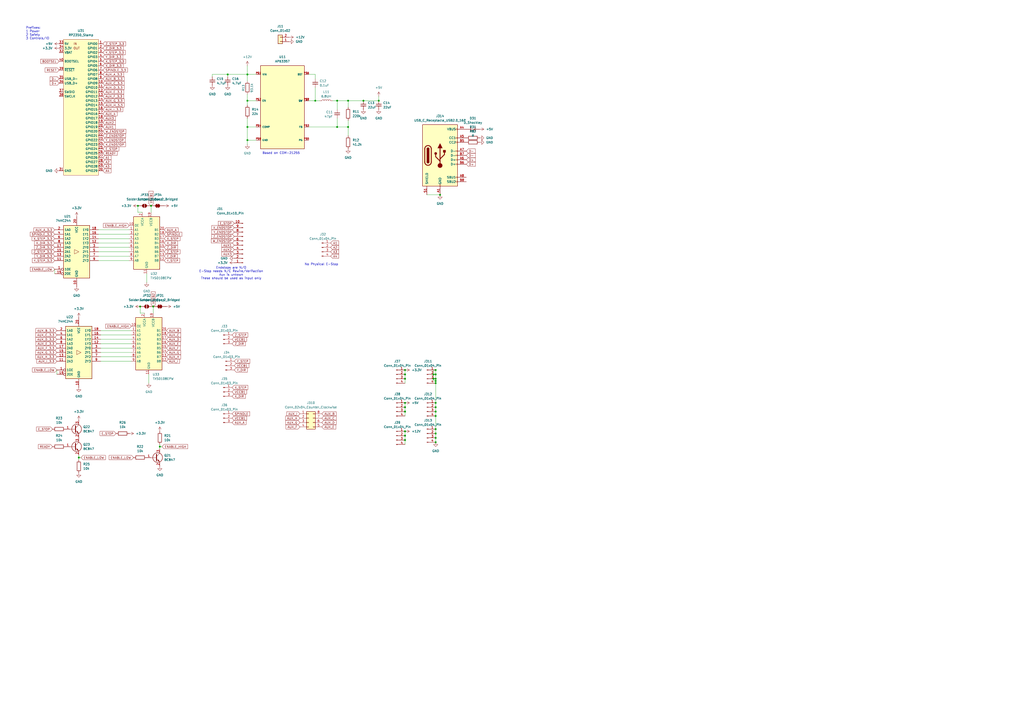
<source format=kicad_sch>
(kicad_sch (version 20250114) (generator "eeschema") (generator_version "9.0")
  (paper "A2")
  (text "Prefixes:\n1 Power\n2 Safety\n3 Controls/IO\n" (at 14.986 19.304 0) (effects (font (size 1.27 1.27)) (justify left)))
  (text "Endstops are N/O\nE-Stop needs N/C Rewire/Verifaction\nAux is unkown\nThese should be used as input only\n\n" (at 134.112 159.512 0) (effects (font (size 1.27 1.27))))
  (text "No Physical E-Stop\n" (at 186.436 153.416 0) (effects (font (size 1.27 1.27))))
  (text "Based on COM-21255\n" (at 163.068 88.9 0) (effects (font (size 1.27 1.27))))
  (junction (at 45.72 265.43))
  (junction (at 255.27 113.03))
  (junction (at 210.82 58.42))
  (junction (at 252.73 217.17))
  (junction (at 252.73 233.68))
  (junction (at 143.51 43.18))
  (junction (at 143.51 73.66))
  (junction (at 80.01 119.38))
  (junction (at 234.95 219.71))
  (junction (at 234.95 214.63))
  (junction (at 182.88 58.42))
  (junction (at 251.46 219.71))
  (junction (at 252.73 214.63))
  (junction (at 252.73 220.98))
  (junction (at 251.46 217.17))
  (junction (at 195.58 58.42))
  (junction (at 234.95 238.76))
  (junction (at 252.73 251.46))
  (junction (at 252.73 222.25))
  (junction (at 252.73 256.54))
  (junction (at 252.73 241.3))
  (junction (at 132.08 43.18))
  (junction (at 252.73 254))
  (junction (at 234.95 233.68))
  (junction (at 252.73 236.22))
  (junction (at 219.71 58.42))
  (junction (at 234.95 217.17))
  (junction (at 234.95 250.19))
  (junction (at 195.58 73.66))
  (junction (at 234.95 252.73))
  (junction (at 234.95 255.27))
  (junction (at 87.63 119.38))
  (junction (at 88.9 177.8))
  (junction (at 252.73 219.71))
  (junction (at 143.51 81.28))
  (junction (at 201.93 58.42))
  (junction (at 92.71 259.08))
  (junction (at 252.73 238.76))
  (junction (at 234.95 236.22))
  (junction (at 201.93 73.66))
  (junction (at 252.73 248.92))
  (junction (at 143.51 58.42))
  (junction (at 81.28 177.8))
  (wire (pts (xy 252.73 220.98) (xy 251.46 220.98)))
  (wire (pts (xy 252.73 251.46) (xy 252.73 254)))
  (wire (pts (xy 80.01 119.38) (xy 80.01 123.19)))
  (wire (pts (xy 234.95 252.73) (xy 234.95 255.27)))
  (wire (pts (xy 82.55 123.19) (xy 80.01 123.19)))
  (wire (pts (xy 247.65 113.03) (xy 255.27 113.03)))
  (wire (pts (xy 143.51 43.18) (xy 143.51 38.1)))
  (wire (pts (xy 201.93 58.42) (xy 201.93 62.23)))
  (wire (pts (xy 57.15 140.97) (xy 74.93 140.97)))
  (wire (pts (xy 57.15 138.43) (xy 74.93 138.43)))
  (wire (pts (xy 252.73 214.63) (xy 252.73 217.17)))
  (wire (pts (xy 143.51 68.58) (xy 143.51 73.66)))
  (wire (pts (xy 57.15 135.89) (xy 74.93 135.89)))
  (wire (pts (xy 182.88 50.8) (xy 182.88 58.42)))
  (wire (pts (xy 148.59 43.18) (xy 143.51 43.18)))
  (wire (pts (xy 123.19 43.18) (xy 132.08 43.18)))
  (wire (pts (xy 58.42 207.01) (xy 76.2 207.01)))
  (wire (pts (xy 46.99 265.43) (xy 45.72 265.43)))
  (wire (pts (xy 252.73 248.92) (xy 252.73 251.46)))
  (wire (pts (xy 143.51 83.82) (xy 143.51 81.28)))
  (wire (pts (xy 195.58 58.42) (xy 201.93 58.42)))
  (wire (pts (xy 252.73 214.63) (xy 251.46 214.63)))
  (wire (pts (xy 210.82 58.42) (xy 219.71 58.42)))
  (wire (pts (xy 234.95 236.22) (xy 234.95 238.76)))
  (wire (pts (xy 92.71 257.81) (xy 92.71 259.08)))
  (wire (pts (xy 201.93 58.42) (xy 210.82 58.42)))
  (wire (pts (xy 31.75 156.21) (xy 31.75 158.75)))
  (wire (pts (xy 83.82 181.61) (xy 81.28 181.61)))
  (wire (pts (xy 143.51 58.42) (xy 148.59 58.42)))
  (wire (pts (xy 219.71 55.88) (xy 219.71 58.42)))
  (wire (pts (xy 57.15 133.35) (xy 74.93 133.35)))
  (wire (pts (xy 57.15 143.51) (xy 74.93 143.51)))
  (wire (pts (xy 252.73 220.98) (xy 252.73 222.25)))
  (wire (pts (xy 251.46 220.98) (xy 251.46 219.71)))
  (wire (pts (xy 252.73 217.17) (xy 251.46 217.17)))
  (wire (pts (xy 201.93 73.66) (xy 201.93 78.74)))
  (wire (pts (xy 143.51 58.42) (xy 143.51 60.96)))
  (wire (pts (xy 143.51 54.61) (xy 143.51 58.42)))
  (wire (pts (xy 251.46 217.17) (xy 251.46 219.71)))
  (wire (pts (xy 85.09 163.83) (xy 85.09 158.75)))
  (wire (pts (xy 252.73 236.22) (xy 252.73 238.76)))
  (wire (pts (xy 33.02 214.63) (xy 33.02 217.17)))
  (wire (pts (xy 195.58 58.42) (xy 195.58 63.5)))
  (wire (pts (xy 252.73 233.68) (xy 252.73 236.22)))
  (wire (pts (xy 201.93 73.66) (xy 201.93 69.85)))
  (wire (pts (xy 234.95 214.63) (xy 234.95 217.17)))
  (wire (pts (xy 58.42 191.77) (xy 76.2 191.77)))
  (wire (pts (xy 234.95 250.19) (xy 234.95 252.73)))
  (wire (pts (xy 252.73 219.71) (xy 251.46 219.71)))
  (wire (pts (xy 45.72 265.43) (xy 45.72 264.16)))
  (wire (pts (xy 193.04 58.42) (xy 195.58 58.42)))
  (wire (pts (xy 57.15 148.59) (xy 74.93 148.59)))
  (wire (pts (xy 252.73 254) (xy 252.73 256.54)))
  (wire (pts (xy 45.72 266.7) (xy 45.72 265.43)))
  (wire (pts (xy 57.15 146.05) (xy 74.93 146.05)))
  (wire (pts (xy 132.08 44.45) (xy 132.08 43.18)))
  (wire (pts (xy 234.95 238.76) (xy 234.95 241.3)))
  (wire (pts (xy 58.42 199.39) (xy 76.2 199.39)))
  (wire (pts (xy 252.73 222.25) (xy 252.73 233.68)))
  (wire (pts (xy 251.46 214.63) (xy 251.46 217.17)))
  (wire (pts (xy 234.95 217.17) (xy 234.95 219.71)))
  (wire (pts (xy 195.58 73.66) (xy 201.93 73.66)))
  (wire (pts (xy 86.36 222.25) (xy 86.36 217.17)))
  (wire (pts (xy 58.42 201.93) (xy 76.2 201.93)))
  (wire (pts (xy 195.58 68.58) (xy 195.58 73.66)))
  (wire (pts (xy 81.28 177.8) (xy 81.28 181.61)))
  (wire (pts (xy 182.88 58.42) (xy 179.07 58.42)))
  (wire (pts (xy 252.73 217.17) (xy 252.73 219.71)))
  (wire (pts (xy 58.42 204.47) (xy 76.2 204.47)))
  (wire (pts (xy 252.73 238.76) (xy 252.73 241.3)))
  (wire (pts (xy 132.08 43.18) (xy 143.51 43.18)))
  (wire (pts (xy 58.42 194.31) (xy 76.2 194.31)))
  (wire (pts (xy 123.19 44.45) (xy 123.19 43.18)))
  (wire (pts (xy 234.95 233.68) (xy 234.95 236.22)))
  (wire (pts (xy 234.95 255.27) (xy 234.95 257.81)))
  (wire (pts (xy 143.51 73.66) (xy 148.59 73.66)))
  (wire (pts (xy 143.51 81.28) (xy 143.51 73.66)))
  (wire (pts (xy 148.59 81.28) (xy 143.51 81.28)))
  (wire (pts (xy 58.42 209.55) (xy 76.2 209.55)))
  (wire (pts (xy 252.73 219.71) (xy 252.73 220.98)))
  (wire (pts (xy 252.73 241.3) (xy 252.73 248.92)))
  (wire (pts (xy 179.07 43.18) (xy 182.88 43.18)))
  (wire (pts (xy 185.42 58.42) (xy 182.88 58.42)))
  (wire (pts (xy 92.71 259.08) (xy 92.71 260.35)))
  (wire (pts (xy 182.88 43.18) (xy 182.88 45.72)))
  (wire (pts (xy 93.98 259.08) (xy 92.71 259.08)))
  (wire (pts (xy 234.95 219.71) (xy 234.95 222.25)))
  (wire (pts (xy 179.07 73.66) (xy 195.58 73.66)))
  (wire (pts (xy 143.51 46.99) (xy 143.51 43.18)))
  (wire (pts (xy 58.42 196.85) (xy 76.2 196.85)))
  (wire (pts (xy 87.63 119.38) (xy 87.63 123.19)))
  (wire (pts (xy 57.15 151.13) (xy 74.93 151.13)))
  (wire (pts (xy 88.9 177.8) (xy 88.9 181.61)))
  (global_label "AUX_C" (shape input) (at 96.52 194.31 0) (property "Intersheetrefs" "${INTERSHEET_REFS}" (effects (hide yes))))
  (global_label "E_STOP" (shape input) (at 67.31 251.46 180) (property "Intersheetrefs" "${INTERSHEET_REFS}" (effects (hide yes))))
  (global_label "SPINDLE_3.3" (shape input) (at 59.69 40.64 0) (property "Intersheetrefs" "${INTERSHEET_REFS}" (effects (hide yes))))
  (global_label "A4" (shape input) (at 59.69 99.06 0) (property "Intersheetrefs" "${INTERSHEET_REFS}" (effects (hide yes))))
  (global_label "AUX_E_3.3" (shape input) (at 59.69 53.34 0) (property "Intersheetrefs" "${INTERSHEET_REFS}" (effects (hide yes))))
  (global_label "Z_STEP_3.3" (shape input) (at 59.69 25.4 0) (property "Intersheetrefs" "${INTERSHEET_REFS}" (effects (hide yes))))
  (global_label "AUX2" (shape input) (at 135.89 144.78 180) (property "Intersheetrefs" "${INTERSHEET_REFS}" (effects (hide yes))))
  (global_label "AUX_A" (shape input) (at 95.25 133.35 0) (property "Intersheetrefs" "${INTERSHEET_REFS}" (effects (hide yes))))
  (global_label "VCCB1" (shape input) (at 87.63 119.38 90) (property "Intersheetrefs" "${INTERSHEET_REFS}" (effects (hide yes))))
  (global_label "AUX_B_3.3" (shape input) (at 33.02 191.77 180) (property "Intersheetrefs" "${INTERSHEET_REFS}" (effects (hide yes))))
  (global_label "ENABLE_HIGH" (shape input) (at 93.98 259.08 0) (property "Intersheetrefs" "${INTERSHEET_REFS}" (effects (hide yes))))
  (global_label "X_STEP" (shape input) (at 95.25 138.43 0) (property "Intersheetrefs" "${INTERSHEET_REFS}" (effects (hide yes))))
  (global_label "READY" (shape input) (at 30.48 259.08 180) (property "Intersheetrefs" "${INTERSHEET_REFS}" (effects (hide yes))))
  (global_label "Y_ENDSTOP" (shape input) (at 135.89 134.62 180) (property "Intersheetrefs" "${INTERSHEET_REFS}" (effects (hide yes))))
  (global_label "AUX_I" (shape input) (at 173.99 240.03 180) (property "Intersheetrefs" "${INTERSHEET_REFS}" (effects (hide yes))))
  (global_label "A3" (shape input) (at 59.69 96.52 0) (property "Intersheetrefs" "${INTERSHEET_REFS}" (effects (hide yes))))
  (global_label "AUX_I" (shape input) (at 96.52 209.55 0) (property "Intersheetrefs" "${INTERSHEET_REFS}" (effects (hide yes))))
  (global_label "Y_ENDSTOP" (shape input) (at 59.69 81.28 0) (property "Intersheetrefs" "${INTERSHEET_REFS}" (effects (hide yes))))
  (global_label "SPINDLE" (shape input) (at 95.25 135.89 0) (property "Intersheetrefs" "${INTERSHEET_REFS}" (effects (hide yes))))
  (global_label "AUX_D" (shape input) (at 96.52 196.85 0) (property "Intersheetrefs" "${INTERSHEET_REFS}" (effects (hide yes))))
  (global_label "AUX_E" (shape input) (at 186.69 247.65 0) (property "Intersheetrefs" "${INTERSHEET_REFS}" (effects (hide yes))))
  (global_label "X_DIR" (shape input) (at 95.25 140.97 0) (property "Intersheetrefs" "${INTERSHEET_REFS}" (effects (hide yes))))
  (global_label "Z_DIR" (shape input) (at 134.62 199.39 0) (property "Intersheetrefs" "${INTERSHEET_REFS}" (effects (hide yes))))
  (global_label "Z_DIR_3.3" (shape input) (at 59.69 27.94 0) (property "Intersheetrefs" "${INTERSHEET_REFS}" (effects (hide yes))))
  (global_label "AUX_H_3.3" (shape input) (at 59.69 60.96 0) (property "Intersheetrefs" "${INTERSHEET_REFS}" (effects (hide yes))))
  (global_label "X_STEP_3.3" (shape input) (at 59.69 35.56 0) (property "Intersheetrefs" "${INTERSHEET_REFS}" (effects (hide yes))))
  (global_label "Y_DIR" (shape input) (at 135.89 214.63 0) (property "Intersheetrefs" "${INTERSHEET_REFS}" (effects (hide yes))))
  (global_label "A4" (shape input) (at 191.77 148.59 0) (property "Intersheetrefs" "${INTERSHEET_REFS}" (effects (hide yes))))
  (global_label "A2" (shape input) (at 59.69 93.98 0) (property "Intersheetrefs" "${INTERSHEET_REFS}" (effects (hide yes))))
  (global_label "Y_DIR" (shape input) (at 95.25 148.59 0) (property "Intersheetrefs" "${INTERSHEET_REFS}" (effects (hide yes))))
  (global_label "AUX_D_3.3" (shape input) (at 59.69 50.8 0) (property "Intersheetrefs" "${INTERSHEET_REFS}" (effects (hide yes))))
  (global_label "VCCB1" (shape input) (at 134.62 242.57 0) (property "Intersheetrefs" "${INTERSHEET_REFS}" (effects (hide yes))))
  (global_label "AUX_A_3.3" (shape input) (at 31.75 133.35 180) (property "Intersheetrefs" "${INTERSHEET_REFS}" (effects (hide yes))))
  (global_label "W_ENDSTOP" (shape input) (at 59.69 76.2 0) (property "Intersheetrefs" "${INTERSHEET_REFS}" (effects (hide yes))))
  (global_label "Z_STEP_3.3" (shape input) (at 31.75 146.05 180) (property "Intersheetrefs" "${INTERSHEET_REFS}" (effects (hide yes))))
  (global_label "Z_STEP" (shape input) (at 134.62 194.31 0) (property "Intersheetrefs" "${INTERSHEET_REFS}" (effects (hide yes))))
  (global_label "AUX_4" (shape input) (at 59.69 66.04 0) (property "Intersheetrefs" "${INTERSHEET_REFS}" (effects (hide yes))))
  (global_label "BOOTSEL" (shape input) (at 34.29 35.56 180) (property "Intersheetrefs" "${INTERSHEET_REFS}" (effects (hide yes))))
  (global_label "E_STOP" (shape input) (at 135.89 129.54 180) (property "Intersheetrefs" "${INTERSHEET_REFS}" (effects (hide yes))))
  (global_label "READY" (shape input) (at 59.69 88.9 0) (property "Intersheetrefs" "${INTERSHEET_REFS}" (effects (hide yes))))
  (global_label "Y_DIR_3.3" (shape input) (at 59.69 33.02 0) (property "Intersheetrefs" "${INTERSHEET_REFS}" (effects (hide yes))))
  (global_label "A3" (shape input) (at 191.77 146.05 0) (property "Intersheetrefs" "${INTERSHEET_REFS}" (effects (hide yes))))
  (global_label "AUX_E_3.3" (shape input) (at 33.02 199.39 180) (property "Intersheetrefs" "${INTERSHEET_REFS}" (effects (hide yes))))
  (global_label "AUX1" (shape input) (at 135.89 142.24 180) (property "Intersheetrefs" "${INTERSHEET_REFS}" (effects (hide yes))))
  (global_label "RESET" (shape input) (at 34.29 40.64 180) (property "Intersheetrefs" "${INTERSHEET_REFS}" (effects (hide yes))))
  (global_label "AUX_G_3.3" (shape input) (at 33.02 204.47 180) (property "Intersheetrefs" "${INTERSHEET_REFS}" (effects (hide yes))))
  (global_label "A1" (shape input) (at 59.69 91.44 0) (property "Intersheetrefs" "${INTERSHEET_REFS}" (effects (hide yes))))
  (global_label "E_STOP" (shape input) (at 30.48 248.92 180) (property "Intersheetrefs" "${INTERSHEET_REFS}" (effects (hide yes))))
  (global_label "VCCB1" (shape input) (at 135.89 212.09 0) (property "Intersheetrefs" "${INTERSHEET_REFS}" (effects (hide yes))))
  (global_label "AUX_C" (shape input) (at 186.69 242.57 0) (property "Intersheetrefs" "${INTERSHEET_REFS}" (effects (hide yes))))
  (global_label "X_ENDSTOP" (shape input) (at 135.89 132.08 180) (property "Intersheetrefs" "${INTERSHEET_REFS}" (effects (hide yes))))
  (global_label "AUX_C_3.3" (shape input) (at 59.69 48.26 0) (property "Intersheetrefs" "${INTERSHEET_REFS}" (effects (hide yes))))
  (global_label "D-" (shape input) (at 270.51 87.63 0) (property "Intersheetrefs" "${INTERSHEET_REFS}" (effects (hide yes))))
  (global_label "AUX3" (shape input) (at 135.89 147.32 180) (property "Intersheetrefs" "${INTERSHEET_REFS}" (effects (hide yes))))
  (global_label "AUX_A_3.3" (shape input) (at 59.69 43.18 0) (property "Intersheetrefs" "${INTERSHEET_REFS}" (effects (hide yes))))
  (global_label "D+" (shape input) (at 270.51 92.71 0) (property "Intersheetrefs" "${INTERSHEET_REFS}" (effects (hide yes))))
  (global_label "Z_ENDSTOP" (shape input) (at 135.89 137.16 180) (property "Intersheetrefs" "${INTERSHEET_REFS}" (effects (hide yes))))
  (global_label "ENABLE_LOW" (shape input) (at 33.02 214.63 180) (property "Intersheetrefs" "${INTERSHEET_REFS}" (effects (hide yes))))
  (global_label "AUX_H_3.3" (shape input) (at 33.02 207.01 180) (property "Intersheetrefs" "${INTERSHEET_REFS}" (effects (hide yes))))
  (global_label "AUX_B" (shape input) (at 96.52 191.77 0) (property "Intersheetrefs" "${INTERSHEET_REFS}" (effects (hide yes))))
  (global_label "X_STEP_3.3" (shape input) (at 31.75 138.43 180) (property "Intersheetrefs" "${INTERSHEET_REFS}" (effects (hide yes))))
  (global_label "A2" (shape input) (at 191.77 143.51 0) (property "Intersheetrefs" "${INTERSHEET_REFS}" (effects (hide yes))))
  (global_label "X_DIR_3.3" (shape input) (at 59.69 38.1 0) (property "Intersheetrefs" "${INTERSHEET_REFS}" (effects (hide yes))))
  (global_label "X_ENDSTOP" (shape input) (at 59.69 83.82 0) (property "Intersheetrefs" "${INTERSHEET_REFS}" (effects (hide yes))))
  (global_label "VCCB2" (shape input) (at 88.9 177.8 90) (property "Intersheetrefs" "${INTERSHEET_REFS}" (effects (hide yes))))
  (global_label "D+" (shape input) (at 270.51 95.25 0) (property "Intersheetrefs" "${INTERSHEET_REFS}" (effects (hide yes))))
  (global_label "Y_STEP" (shape input) (at 135.89 209.55 0) (property "Intersheetrefs" "${INTERSHEET_REFS}" (effects (hide yes))))
  (global_label "Z_ENDSTOP" (shape input) (at 59.69 78.74 0) (property "Intersheetrefs" "${INTERSHEET_REFS}" (effects (hide yes))))
  (global_label "AUX_B" (shape input) (at 186.69 240.03 0) (property "Intersheetrefs" "${INTERSHEET_REFS}" (effects (hide yes))))
  (global_label "AUX_G" (shape input) (at 173.99 245.11 180) (property "Intersheetrefs" "${INTERSHEET_REFS}" (effects (hide yes))))
  (global_label "AUX_F_3.3" (shape input) (at 59.69 55.88 0) (property "Intersheetrefs" "${INTERSHEET_REFS}" (effects (hide yes))))
  (global_label "AUX2" (shape input) (at 59.69 71.12 0) (property "Intersheetrefs" "${INTERSHEET_REFS}" (effects (hide yes))))
  (global_label "Z_DIR" (shape input) (at 95.25 143.51 0) (property "Intersheetrefs" "${INTERSHEET_REFS}" (effects (hide yes))))
  (global_label "Z_STEP" (shape input) (at 95.25 146.05 0) (property "Intersheetrefs" "${INTERSHEET_REFS}" (effects (hide yes))))
  (global_label "AUX_H" (shape input) (at 96.52 207.01 0) (property "Intersheetrefs" "${INTERSHEET_REFS}" (effects (hide yes))))
  (global_label "AUX1" (shape input) (at 59.69 73.66 0) (property "Intersheetrefs" "${INTERSHEET_REFS}" (effects (hide yes))))
  (global_label "W_ENDSTOP" (shape input) (at 135.89 139.7 180) (property "Intersheetrefs" "${INTERSHEET_REFS}" (effects (hide yes))))
  (global_label "AUX_E" (shape input) (at 96.52 199.39 0) (property "Intersheetrefs" "${INTERSHEET_REFS}" (effects (hide yes))))
  (global_label "AUX3" (shape input) (at 59.69 68.58 0) (property "Intersheetrefs" "${INTERSHEET_REFS}" (effects (hide yes))))
  (global_label "D+" (shape input) (at 34.29 48.26 180) (property "Intersheetrefs" "${INTERSHEET_REFS}" (effects (hide yes))))
  (global_label "Y_STEP_3.3" (shape input) (at 31.75 151.13 180) (property "Intersheetrefs" "${INTERSHEET_REFS}" (effects (hide yes))))
  (global_label "AUX_I_3.3" (shape input) (at 59.69 63.5 0) (property "Intersheetrefs" "${INTERSHEET_REFS}" (effects (hide yes))))
  (global_label "AUX_F" (shape input) (at 173.99 247.65 180) (property "Intersheetrefs" "${INTERSHEET_REFS}" (effects (hide yes))))
  (global_label "X_STEP" (shape input) (at 134.62 224.79 0) (property "Intersheetrefs" "${INTERSHEET_REFS}" (effects (hide yes))))
  (global_label "AUX_C_3.3" (shape input) (at 33.02 194.31 180) (property "Intersheetrefs" "${INTERSHEET_REFS}" (effects (hide yes))))
  (global_label "Z_DIR_3.3" (shape input) (at 31.75 143.51 180) (property "Intersheetrefs" "${INTERSHEET_REFS}" (effects (hide yes))))
  (global_label "VCCB1" (shape input) (at 134.62 196.85 0) (property "Intersheetrefs" "${INTERSHEET_REFS}" (effects (hide yes))))
  (global_label "ENABLE_LOW" (shape input) (at 46.99 265.43 0) (property "Intersheetrefs" "${INTERSHEET_REFS}" (effects (hide yes))))
  (global_label "AUX_F" (shape input) (at 96.52 201.93 0) (property "Intersheetrefs" "${INTERSHEET_REFS}" (effects (hide yes))))
  (global_label "ENABLE_HIGH" (shape input) (at 76.2 189.23 180) (property "Intersheetrefs" "${INTERSHEET_REFS}" (effects (hide yes))))
  (global_label "AUX_A" (shape input) (at 134.62 245.11 0) (property "Intersheetrefs" "${INTERSHEET_REFS}" (effects (hide yes))))
  (global_label "A1" (shape input) (at 191.77 140.97 0) (property "Intersheetrefs" "${INTERSHEET_REFS}" (effects (hide yes))))
  (global_label "SPINDLE_3.3" (shape input) (at 31.75 135.89 180) (property "Intersheetrefs" "${INTERSHEET_REFS}" (effects (hide yes))))
  (global_label "AUX_F_3.3" (shape input) (at 33.02 201.93 180) (property "Intersheetrefs" "${INTERSHEET_REFS}" (effects (hide yes))))
  (global_label "Y_DIR_3.3" (shape input) (at 31.75 148.59 180) (property "Intersheetrefs" "${INTERSHEET_REFS}" (effects (hide yes))))
  (global_label "X_DIR" (shape input) (at 134.62 229.87 0) (property "Intersheetrefs" "${INTERSHEET_REFS}" (effects (hide yes))))
  (global_label "D-" (shape input) (at 34.29 45.72 180) (property "Intersheetrefs" "${INTERSHEET_REFS}" (effects (hide yes))))
  (global_label "AUX_D_3.3" (shape input) (at 33.02 196.85 180) (property "Intersheetrefs" "${INTERSHEET_REFS}" (effects (hide yes))))
  (global_label "X_DIR_3.3" (shape input) (at 31.75 140.97 180) (property "Intersheetrefs" "${INTERSHEET_REFS}" (effects (hide yes))))
  (global_label "AUX_H" (shape input) (at 173.99 242.57 180) (property "Intersheetrefs" "${INTERSHEET_REFS}" (effects (hide yes))))
  (global_label "SPINDLE" (shape input) (at 134.62 240.03 0) (property "Intersheetrefs" "${INTERSHEET_REFS}" (effects (hide yes))))
  (global_label "AUX_B_3.3" (shape input) (at 59.69 45.72 0) (property "Intersheetrefs" "${INTERSHEET_REFS}" (effects (hide yes))))
  (global_label "ENABLE_HIGH" (shape input) (at 74.93 130.81 180) (property "Intersheetrefs" "${INTERSHEET_REFS}" (effects (hide yes))))
  (global_label "AUX_I_3.3" (shape input) (at 33.02 209.55 180) (property "Intersheetrefs" "${INTERSHEET_REFS}" (effects (hide yes))))
  (global_label "Y_STEP" (shape input) (at 95.25 151.13 0) (property "Intersheetrefs" "${INTERSHEET_REFS}" (effects (hide yes))))
  (global_label "Y_STEP_3.3" (shape input) (at 59.69 30.48 0) (property "Intersheetrefs" "${INTERSHEET_REFS}" (effects (hide yes))))
  (global_label "ENABLE_LOW" (shape input) (at 31.75 156.21 180) (property "Intersheetrefs" "${INTERSHEET_REFS}" (effects (hide yes))))
  (global_label "VCCB1" (shape input) (at 134.62 227.33 0) (property "Intersheetrefs" "${INTERSHEET_REFS}" (effects (hide yes))))
  (global_label "AUX_D" (shape input) (at 186.69 245.11 0) (property "Intersheetrefs" "${INTERSHEET_REFS}" (effects (hide yes))))
  (global_label "AUX_G" (shape input) (at 96.52 204.47 0) (property "Intersheetrefs" "${INTERSHEET_REFS}" (effects (hide yes))))
  (global_label "AUX_G_3.3" (shape input) (at 59.69 58.42 0) (property "Intersheetrefs" "${INTERSHEET_REFS}" (effects (hide yes))))
  (global_label "ENABLE_LOW" (shape input) (at 77.47 265.43 180) (property "Intersheetrefs" "${INTERSHEET_REFS}" (effects (hide yes))))
  (global_label "E_STOP" (shape input) (at 59.69 86.36 0) (property "Intersheetrefs" "${INTERSHEET_REFS}" (effects (hide yes))))
  (global_label "D-" (shape input) (at 270.51 90.17 0) (property "Intersheetrefs" "${INTERSHEET_REFS}" (effects (hide yes))))
  (symbol (lib_id "Connector:Conn_01x04_Pin") (at 247.65 236.22 0) (unit 1)
    (property "Reference" "J312" (at 248.285 228.6 0))
    (property "Value" "Conn_01x04_Pin" (at 248.285 231.14 0))
    (property "Footprint" "Connector_PinHeader_2.54mm:PinHeader_1x04_P2.54mm_Vertical" (effects (hide yes)))
    (property "Description" "Generic connector, single row, 01x04, script generated" (effects (hide yes)))
  )
  (symbol (lib_id "Connector:Conn_01x10_Pin") (at 140.97 142.24 180) (unit 1)
    (property "Reference" "J31" (at 125.73 121.158 0) (effects (justify right)))
    (property "Value" "Conn_01x10_Pin" (at 125.73 123.698 0) (effects (justify right)))
    (property "Footprint" "Connector_Molex:Molex_KK-254_AE-6410-10A_1x10_P2.54mm_Vertical" (effects (hide yes)))
    (property "Description" "Generic connector, single row, 01x10, script generated" (effects (hide yes)))
  )
  (symbol (lib_id "Connector:Conn_01x03_Pin") (at 129.54 196.85 0) (unit 1)
    (property "Reference" "J33" (at 130.175 189.23 0))
    (property "Value" "Conn_01x03_Pin" (at 130.175 191.77 0))
    (property "Footprint" "Connector_Molex:Molex_KK-254_AE-6410-03A_1x03_P2.54mm_Vertical" (effects (hide yes)))
    (property "Description" "Generic connector, single row, 01x03, script generated" (effects (hide yes)))
  )
  (symbol (lib_id "power:+5V") (at 219.71 55.88 0) (unit 1)
    (property "Reference" "#PWR07" (effects (hide yes)))
    (property "Value" "+5V" (at 219.71 50.8 0))
    (property "Description" "Power symbol creates a global label with name \"+5V\"" (effects (hide yes)))
  )
  (symbol (lib_id "power:+3.3V") (at 80.01 119.38 90) (unit 1)
    (property "Reference" "#PWR031" (effects (hide yes)))
    (property "Value" "+3.3V" (at 76.2 119.3799 90) (effects (justify left)))
    (property "Description" "Power symbol creates a global label with name \"+3.3V\"" (effects (hide yes)))
  )
  (symbol (lib_id "Connector_Generic:Conn_02x04_Counter_Clockwise") (at 179.07 242.57 0) (unit 1)
    (property "Reference" "J310" (at 180.34 233.68 0))
    (property "Value" "Conn_02x04_Counter_Clockwise" (at 180.34 236.22 0))
    (property "Footprint" "Connector_PinHeader_2.54mm:PinHeader_2x04_P2.54mm_Vertical" (effects (hide yes)))
    (property "Description" "Generic connector, double row, 02x04, counter clockwise pin numbering scheme (similar to DIP package numbering), script generated (kicad-library-utils/schlib/autogen/connector/)" (effects (hide yes)))
  )
  (symbol (lib_id "power:GND") (at 44.45 166.37 0) (unit 1)
    (property "Reference" "#PWR016" (effects (hide yes)))
    (property "Value" "GND" (at 44.45 171.45 0))
    (property "Description" "Power symbol creates a global label with name \"GND\" , ground" (effects (hide yes)))
  )
  (symbol (lib_id "Connector:Conn_01x03_Pin") (at 129.54 227.33 0) (unit 1)
    (property "Reference" "J35" (at 130.175 219.71 0))
    (property "Value" "Conn_01x03_Pin" (at 130.175 222.25 0))
    (property "Footprint" "Connector_Molex:Molex_KK-254_AE-6410-03A_1x03_P2.54mm_Vertical" (effects (hide yes)))
    (property "Description" "Generic connector, single row, 01x03, script generated" (effects (hide yes)))
  )
  (symbol (lib_id "Device:R") (at 45.72 270.51 180) (unit 1)
    (property "Reference" "R25" (at 48.26 269.2399 0) (effects (justify right)))
    (property "Value" "10k" (at 48.26 271.7799 0) (effects (justify right)))
    (property "Footprint" "Capacitor_SMD:C_0603_1608Metric_Pad1.08x0.95mm_HandSolder" (effects (hide yes)))
    (property "Description" "Resistor" (effects (hide yes)))
  )
  (symbol (lib_id "power:+3.3V") (at 74.93 251.46 270) (unit 1)
    (property "Reference" "#PWR023" (effects (hide yes)))
    (property "Value" "+3.3V" (at 78.74 251.4599 90) (effects (justify left)))
    (property "Description" "Power symbol creates a global label with name \"+3.3V\"" (effects (hide yes)))
  )
  (symbol (lib_id "Jumper:SolderJumper_2_Open") (at 83.82 119.38 0) (unit 1) (in_bom no)
    (property "Reference" "JP33" (at 83.82 113.03 0))
    (property "Value" "SolderJumper_2_Open" (at 83.82 115.57 0))
    (property "Footprint" "Jumper:SolderJumper-2_P1.3mm_Open_RoundedPad1.0x1.5mm" (effects (hide yes)))
    (property "Description" "Solder Jumper, 2-pole, open" (effects (hide yes)))
  )
  (symbol (lib_id "power:+3.3V") (at 45.72 243.84 0) (unit 1)
    (property "Reference" "#PWR021" (effects (hide yes)))
    (property "Value" "+3.3V" (at 45.72 238.76 0))
    (property "Description" "Power symbol creates a global label with name \"+3.3V\"" (effects (hide yes)))
  )
  (symbol (lib_id "power:GND") (at 210.82 63.5 0) (unit 1)
    (property "Reference" "#PWR08" (effects (hide yes)))
    (property "Value" "GND" (at 210.82 68.58 0))
    (property "Description" "Power symbol creates a global label with name \"GND\" , ground" (effects (hide yes)))
  )
  (symbol (lib_id "power:+5V") (at 96.52 177.8 270) (unit 1)
    (property "Reference" "#PWR030" (effects (hide yes)))
    (property "Value" "+5V" (at 100.33 177.7999 90) (effects (justify left)))
    (property "Description" "Power symbol creates a global label with name \"+5V\"" (effects (hide yes)))
  )
  (symbol (lib_id "power:+5V") (at 234.95 233.68 270) (unit 1)
    (property "Reference" "#PWR042" (effects (hide yes)))
    (property "Value" "+5V" (at 238.76 233.6799 90) (effects (justify left)))
    (property "Description" "Power symbol creates a global label with name \"+5V\"" (effects (hide yes)))
  )
  (symbol (lib_id "Jumper:SolderJumper_2_Bridged") (at 91.44 119.38 0) (unit 1) (in_bom no)
    (property "Reference" "JP34" (at 91.44 113.03 0))
    (property "Value" "SolderJumper_2_Bridged" (at 91.44 115.57 0))
    (property "Footprint" "Jumper:SolderJumper-2_P1.3mm_Bridged_RoundedPad1.0x1.5mm" (effects (hide yes)))
    (property "Description" "Solder Jumper, 2-pole, closed/bridged" (effects (hide yes)))
  )
  (symbol (lib_id "Connector:Conn_01x04_Pin") (at 247.65 217.17 0) (unit 1)
    (property "Reference" "J311" (at 248.285 209.55 0))
    (property "Value" "Conn_01x04_Pin" (at 248.285 212.09 0))
    (property "Footprint" "Connector_PinHeader_2.54mm:PinHeader_1x04_P2.54mm_Vertical" (effects (hide yes)))
    (property "Description" "Generic connector, single row, 01x04, script generated" (effects (hide yes)))
  )
  (symbol (lib_id "Device:R") (at 81.28 265.43 90) (unit 1)
    (property "Reference" "R22" (at 81.28 259.08 90))
    (property "Value" "10k" (at 81.28 261.62 90))
    (property "Footprint" "Capacitor_SMD:C_0603_1608Metric_Pad1.08x0.95mm_HandSolder" (effects (hide yes)))
    (property "Description" "Resistor" (effects (hide yes)))
  )
  (symbol (lib_id "power:GND") (at 45.72 274.32 0) (unit 1)
    (property "Reference" "#PWR022" (effects (hide yes)))
    (property "Value" "GND" (at 45.72 279.4 0))
    (property "Description" "Power symbol creates a global label with name \"GND\" , ground" (effects (hide yes)))
  )
  (symbol (lib_id "Connector:Conn_01x03_Pin") (at 130.81 212.09 0) (unit 1)
    (property "Reference" "J34" (at 131.445 204.47 0))
    (property "Value" "Conn_01x03_Pin" (at 131.445 207.01 0))
    (property "Footprint" "Connector_Molex:Molex_KK-254_AE-6410-03A_1x03_P2.54mm_Vertical" (effects (hide yes)))
    (property "Description" "Generic connector, single row, 01x03, script generated" (effects (hide yes)))
  )
  (symbol (lib_id "power:+5V") (at 278.13 74.93 270) (unit 1)
    (property "Reference" "#PWR034" (effects (hide yes)))
    (property "Value" "+5V" (at 281.94 74.9299 90) (effects (justify left)))
    (property "Description" "Power symbol creates a global label with name \"+5V\"" (effects (hide yes)))
  )
  (symbol (lib_id "power:GND") (at 34.29 99.06 270) (unit 1)
    (property "Reference" "#PWR013" (effects (hide yes)))
    (property "Value" "GND" (at 30.48 99.0599 90) (effects (justify right)))
    (property "Description" "Power symbol creates a global label with name \"GND\" , ground" (effects (hide yes)))
  )
  (symbol (lib_id "Device:C_Small") (at 195.58 66.04 180) (unit 1)
    (property "Reference" "C11" (at 193.04 65.024 0) (effects (justify left)))
    (property "Value" "47pF" (at 193.04 67.564 0) (effects (justify left)))
    (property "Footprint" "Capacitor_SMD:C_0603_1608Metric_Pad1.08x0.95mm_HandSolder" (effects (hide yes)))
    (property "Description" "Unpolarized capacitor, small symbol" (effects (hide yes)))
  )
  (symbol (lib_id "Connector_Generic:Conn_01x02") (at 162.56 24.13 180) (unit 1)
    (property "Reference" "J11" (at 162.56 15.24 0))
    (property "Value" "Conn_01x02" (at 162.56 17.78 0))
    (property "Footprint" "Connector_Molex:Molex_KK-254_AE-6410-02A_1x02_P2.54mm_Vertical" (effects (hide yes)))
    (property "Description" "Generic connector, single row, 01x02, script generated (kicad-library-utils/schlib/autogen/connector/)" (effects (hide yes)))
  )
  (symbol (lib_id "Device:R") (at 143.51 64.77 0) (unit 1)
    (property "Reference" "R14" (at 146.05 63.4999 0) (effects (justify left)))
    (property "Value" "22k" (at 146.05 66.0399 0) (effects (justify left)))
    (property "Footprint" "Capacitor_SMD:C_0603_1608Metric_Pad1.08x0.95mm_HandSolder" (effects (hide yes)))
    (property "Description" "Resistor" (effects (hide yes)))
  )
  (symbol (lib_id "Device:C_Small") (at 123.19 46.99 0) (unit 1)
    (property "Reference" "C15" (at 125.73 45.7262 0) (effects (justify left)))
    (property "Value" "4.7uF" (at 125.73 48.2662 0) (effects (justify left)))
    (property "Footprint" "Capacitor_SMD:C_0603_1608Metric_Pad1.08x0.95mm_HandSolder" (effects (hide yes)))
    (property "Description" "Unpolarized capacitor, small symbol" (effects (hide yes)))
  )
  (symbol (lib_id "Logic_LevelTranslator:TXS0108EPW") (at 85.09 140.97 0) (unit 1)
    (property "Reference" "U32" (at 87.2333 158.75 0) (effects (justify left)))
    (property "Value" "TXS0108EPW" (at 87.2333 161.29 0) (effects (justify left)))
    (property "Footprint" "Package_SO:TSSOP-20_4.4x6.5mm_P0.65mm" (effects (hide yes)))
    (property "Datasheet" "www.ti.com/lit/ds/symlink/txs0108e.pdf" (effects (hide yes)))
    (property "Description" "Bidirectional  level-shifting voltage translator, TSSOP-20" (effects (hide yes)))
  )
  (symbol (lib_id "power:GND") (at 167.64 24.13 90) (unit 1)
    (property "Reference" "#PWR02" (effects (hide yes)))
    (property "Value" "GND" (at 171.45 24.1299 90) (effects (justify right)))
    (property "Description" "Power symbol creates a global label with name \"GND\" , ground" (effects (hide yes)))
  )
  (symbol (lib_id "Connector:Conn_01x03_Pin") (at 129.54 242.57 0) (unit 1)
    (property "Reference" "J36" (at 130.175 234.95 0))
    (property "Value" "Conn_01x03_Pin" (at 130.175 237.49 0))
    (property "Footprint" "Connector_Molex:Molex_KK-254_AE-6410-03A_1x03_P2.54mm_Vertical" (effects (hide yes)))
    (property "Description" "Generic connector, single row, 01x03, script generated" (effects (hide yes)))
  )
  (symbol (lib_id "Connector:Conn_01x04_Pin") (at 229.87 217.17 0) (unit 1)
    (property "Reference" "J37" (at 230.505 209.55 0))
    (property "Value" "Conn_01x04_Pin" (at 230.505 212.09 0))
    (property "Footprint" "Connector_PinHeader_2.54mm:PinHeader_1x04_P2.54mm_Vertical" (effects (hide yes)))
    (property "Description" "Generic connector, single row, 01x04, script generated" (effects (hide yes)))
  )
  (symbol (lib_id "RP2xxx_Stamp:RP2350_Stamp") (at 46.99 64.77 0) (unit 1)
    (property "Reference" "U31" (at 46.99 17.78 0))
    (property "Value" "RP2350_Stamp" (at 46.99 20.32 0))
    (property "Footprint" "RP2xxx_Stamp:RP2xxx_Stamp_THT" (effects (hide yes)))
  )
  (symbol (lib_id "power:+3.3V") (at 92.71 250.19 0) (unit 1)
    (property "Reference" "#PWR020" (effects (hide yes)))
    (property "Value" "+3.3V" (at 92.71 245.11 0))
    (property "Description" "Power symbol creates a global label with name \"+3.3V\"" (effects (hide yes)))
  )
  (symbol (lib_id "power:GND") (at 255.27 113.03 0) (unit 1)
    (property "Reference" "#PWR017" (effects (hide yes)))
    (property "Value" "GND" (at 255.27 118.11 0))
    (property "Description" "Power symbol creates a global label with name \"GND\" , ground" (effects (hide yes)))
  )
  (symbol (lib_id "Device:R") (at 34.29 248.92 90) (unit 1)
    (property "Reference" "R23" (at 34.29 242.57 90))
    (property "Value" "10k" (at 34.29 245.11 90))
    (property "Footprint" "Capacitor_SMD:C_0603_1608Metric_Pad1.08x0.95mm_HandSolder" (effects (hide yes)))
    (property "Description" "Resistor" (effects (hide yes)))
  )
  (symbol (lib_id "Device:C_Small") (at 210.82 60.96 0) (unit 1)
    (property "Reference" "C13" (at 213.36 59.6962 0) (effects (justify left)))
    (property "Value" "22uF" (at 213.36 62.2362 0) (effects (justify left)))
    (property "Footprint" "Capacitor_SMD:C_0603_1608Metric_Pad1.08x0.95mm_HandSolder" (effects (hide yes)))
    (property "Description" "Unpolarized capacitor, small symbol" (effects (hide yes)))
  )
  (symbol (lib_id "power:GND") (at 85.09 163.83 0) (unit 1)
    (property "Reference" "#PWR014" (effects (hide yes)))
    (property "Value" "GND" (at 85.09 168.91 0))
    (property "Description" "Power symbol creates a global label with name \"GND\" , ground" (effects (hide yes)))
  )
  (symbol (lib_id "Device:R") (at 71.12 251.46 90) (unit 1)
    (property "Reference" "R26" (at 71.12 245.11 90))
    (property "Value" "10k" (at 71.12 247.65 90))
    (property "Footprint" "Capacitor_SMD:C_0603_1608Metric_Pad1.08x0.95mm_HandSolder" (effects (hide yes)))
    (property "Description" "Resistor" (effects (hide yes)))
  )
  (symbol (lib_id "power:GND") (at 86.36 222.25 0) (unit 1)
    (property "Reference" "#PWR029" (effects (hide yes)))
    (property "Value" "GND" (at 86.36 227.33 0))
    (property "Description" "Power symbol creates a global label with name \"GND\" , ground" (effects (hide yes)))
  )
  (symbol (lib_id "Transistor_BJT:BC847") (at 90.17 265.43 0) (unit 1)
    (property "Reference" "Q21" (at 95.25 264.1599 0) (effects (justify left)))
    (property "Value" "BC847" (at 95.25 266.6999 0) (effects (justify left)))
    (property "Footprint" "Package_TO_SOT_SMD:SOT-23" (effects (hide yes)))
    (property "Datasheet" "http://www.infineon.com/dgdl/Infineon-BC847SERIES_BC848SERIES_BC849SERIES_BC850SERIES-DS-v01_01-en.pdf?fileId=db3a304314dca389011541d4630a1657" (effects (hide yes)))
    (property "Description" "0.1A Ic, 45V Vce, NPN Transistor, SOT-23" (effects (hide yes)))
  )
  (symbol (lib_id "Device:C_Small") (at 219.71 60.96 0) (unit 1)
    (property "Reference" "C14" (at 222.25 59.6962 0) (effects (justify left)))
    (property "Value" "22uF" (at 222.25 62.2362 0) (effects (justify left)))
    (property "Footprint" "Capacitor_SMD:C_0603_1608Metric_Pad1.08x0.95mm_HandSolder" (effects (hide yes)))
    (property "Description" "Unpolarized capacitor, small symbol" (effects (hide yes)))
  )
  (symbol (lib_id "power:GND") (at 132.08 49.53 0) (unit 1)
    (property "Reference" "#PWR05" (effects (hide yes)))
    (property "Value" "GND" (at 132.08 54.61 0))
    (property "Description" "Power symbol creates a global label with name \"GND\" , ground" (effects (hide yes)))
  )
  (symbol (lib_id "Device:R") (at 92.71 254 0) (unit 1)
    (property "Reference" "R21" (at 95.25 252.7299 0) (effects (justify left)))
    (property "Value" "10k" (at 95.25 255.2699 0) (effects (justify left)))
    (property "Footprint" "Capacitor_SMD:C_0603_1608Metric_Pad1.08x0.95mm_HandSolder" (effects (hide yes)))
    (property "Description" "Resistor" (effects (hide yes)))
  )
  (symbol (lib_id "power:GND") (at 143.51 83.82 0) (unit 1)
    (property "Reference" "#PWR04" (effects (hide yes)))
    (property "Value" "GND" (at 143.51 88.9 0))
    (property "Description" "Power symbol creates a global label with name \"GND\" , ground" (effects (hide yes)))
  )
  (symbol (lib_id "Device:R") (at 201.93 66.04 0) (unit 1)
    (property "Reference" "R11" (at 204.47 64.7699 0) (effects (justify left)))
    (property "Value" "220k" (at 204.47 67.3099 0) (effects (justify left)))
    (property "Footprint" "Capacitor_SMD:C_0603_1608Metric_Pad1.08x0.95mm_HandSolder" (effects (hide yes)))
    (property "Description" "Resistor" (effects (hide yes)))
  )
  (symbol (lib_id "Device:C_Small") (at 132.08 46.99 0) (unit 1)
    (property "Reference" "C16" (at 134.62 45.7262 0) (effects (justify left)))
    (property "Value" "4.7uF" (at 134.62 48.2662 0) (effects (justify left)))
    (property "Footprint" "Capacitor_SMD:C_0603_1608Metric_Pad1.08x0.95mm_HandSolder" (effects (hide yes)))
    (property "Description" "Unpolarized capacitor, small symbol" (effects (hide yes)))
  )
  (symbol (lib_id "Connector:USB_C_Receptacle_USB2.0_16P") (at 255.27 90.17 0) (unit 1)
    (property "Reference" "J314" (at 255.27 67.31 0))
    (property "Value" "USB_C_Receptacle_USB2.0_16P" (at 255.27 69.85 0))
    (property "Datasheet" "https://www.usb.org/sites/default/files/documents/usb_type-c.zip" (effects (hide yes)))
    (property "Description" "USB 2.0-only 16P Type-C Receptacle connector" (effects (hide yes)))
  )
  (symbol (lib_id "Transistor_BJT:BC847") (at 43.18 259.08 0) (unit 1)
    (property "Reference" "Q23" (at 48.26 257.8099 0) (effects (justify left)))
    (property "Value" "BC847" (at 48.26 260.3499 0) (effects (justify left)))
    (property "Footprint" "Package_TO_SOT_SMD:SOT-23" (effects (hide yes)))
    (property "Datasheet" "http://www.infineon.com/dgdl/Infineon-BC847SERIES_BC848SERIES_BC849SERIES_BC850SERIES-DS-v01_01-en.pdf?fileId=db3a304314dca389011541d4630a1657" (effects (hide yes)))
    (property "Description" "0.1A Ic, 45V Vce, NPN Transistor, SOT-23" (effects (hide yes)))
  )
  (symbol (lib_id "power:+12V") (at 167.64 21.59 270) (unit 1)
    (property "Reference" "#PWR01" (effects (hide yes)))
    (property "Value" "+12V" (at 171.45 21.5899 90) (effects (justify left)))
    (property "Description" "Power symbol creates a global label with name \"+12V\"" (effects (hide yes)))
  )
  (symbol (lib_id "AP63357:AP63357") (at 163.83 60.96 0) (unit 1)
    (property "Reference" "U11" (at 163.83 33.02 0))
    (property "Value" "AP63357" (at 163.83 35.56 0))
    (property "Footprint" "footprints:V-DFN3020-13" (effects (hide yes)))
    (property "MF" "Diodes Incorporated" (effects (hide yes)))
    (property "Description_1" "DCDC CONV HV BUCK V-DFN3020-13" (effects (hide yes)))
    (property "Package" "None" (effects (hide yes)))
    (property "Price" "None" (effects (hide yes)))
    (property "Check_prices" "https://www.snapeda.com/parts/AP63357/Diodes+Inc./view-part/?ref=eda" (effects (hide yes)))
    (property "VALUE" "AP63357" (effects (hide yes)))
    (property "SnapEDA_Link" "https://www.snapeda.com/parts/AP63357/Diodes+Inc./view-part/?ref=snap" (effects (hide yes)))
    (property "PROD_ID" "VREG-17224" (effects (hide yes)))
    (property "PN" "AP63357DV-7" (effects (hide yes)))
    (property "Availability" "Not in stock" (effects (hide yes)))
    (property "MP" "AP63357" (effects (hide yes)))
  )
  (symbol (lib_id "power:+3.3V") (at 34.29 27.94 90) (unit 1)
    (property "Reference" "#PWR012" (effects (hide yes)))
    (property "Value" "+3.3V" (at 30.48 27.9399 90) (effects (justify left)))
    (property "Description" "Power symbol creates a global label with name \"+3.3V\"" (effects (hide yes)))
  )
  (symbol (lib_id "power:GND") (at 201.93 86.36 0) (unit 1)
    (property "Reference" "#PWR010" (effects (hide yes)))
    (property "Value" "GND" (at 201.93 91.44 0))
    (property "Description" "Power symbol creates a global label with name \"GND\" , ground" (effects (hide yes)))
  )
  (symbol (lib_id "Jumper:SolderJumper_2_Open") (at 85.09 177.8 0) (unit 1) (in_bom no)
    (property "Reference" "JP32" (at 85.09 171.45 0))
    (property "Value" "SolderJumper_2_Open" (at 85.09 173.99 0))
    (property "Footprint" "Jumper:SolderJumper-2_P1.3mm_Open_RoundedPad1.0x1.5mm" (effects (hide yes)))
    (property "Description" "Solder Jumper, 2-pole, open" (effects (hide yes)))
  )
  (symbol (lib_id "Device:D_Shockley") (at 274.32 74.93 180) (unit 1)
    (property "Reference" "D31" (at 274.32 68.58 0))
    (property "Value" "D_Shockley" (at 274.32 71.12 0))
    (property "Description" "Shockley (PNPN) diode" (effects (hide yes)))
  )
  (symbol (lib_id "power:GND") (at 278.13 82.55 90) (unit 1)
    (property "Reference" "#PWR033" (effects (hide yes)))
    (property "Value" "GND" (at 281.94 82.5499 90) (effects (justify right)))
    (property "Description" "Power symbol creates a global label with name \"GND\" , ground" (effects (hide yes)))
  )
  (symbol (lib_id "power:+3.3V") (at 45.72 184.15 0) (unit 1)
    (property "Reference" "#PWR026" (effects (hide yes)))
    (property "Value" "+3.3V" (at 45.72 179.07 0))
    (property "Description" "Power symbol creates a global label with name \"+3.3V\"" (effects (hide yes)))
  )
  (symbol (lib_id "power:GND") (at 219.71 63.5 0) (unit 1)
    (property "Reference" "#PWR09" (effects (hide yes)))
    (property "Value" "GND" (at 219.71 68.58 0))
    (property "Description" "Power symbol creates a global label with name \"GND\" , ground" (effects (hide yes)))
  )
  (symbol (lib_id "power:+3.3V") (at 135.89 152.4 90) (unit 1)
    (property "Reference" "#PWR024" (effects (hide yes)))
    (property "Value" "+3.3V" (at 132.08 152.3999 90) (effects (justify left)))
    (property "Description" "Power symbol creates a global label with name \"+3.3V\"" (effects (hide yes)))
  )
  (symbol (lib_id "Device:R") (at 274.32 82.55 90) (unit 1)
    (property "Reference" "R32" (at 274.32 76.2 90))
    (property "Value" "R" (at 274.32 78.74 90))
    (property "Description" "Resistor" (effects (hide yes)))
  )
  (symbol (lib_id "Connector:Conn_01x04_Pin") (at 247.65 251.46 0) (unit 1)
    (property "Reference" "J313" (at 248.285 243.84 0))
    (property "Value" "Conn_01x04_Pin" (at 248.285 246.38 0))
    (property "Footprint" "Connector_PinHeader_2.54mm:PinHeader_1x04_P2.54mm_Vertical" (effects (hide yes)))
    (property "Description" "Generic connector, single row, 01x04, script generated" (effects (hide yes)))
  )
  (symbol (lib_id "Device:R") (at 34.29 259.08 90) (unit 1)
    (property "Reference" "R24" (at 34.29 252.73 90))
    (property "Value" "10k" (at 34.29 255.27 90))
    (property "Footprint" "Capacitor_SMD:C_0603_1608Metric_Pad1.08x0.95mm_HandSolder" (effects (hide yes)))
    (property "Description" "Resistor" (effects (hide yes)))
  )
  (symbol (lib_id "power:GND") (at 92.71 270.51 0) (unit 1)
    (property "Reference" "#PWR019" (effects (hide yes)))
    (property "Value" "GND" (at 92.71 275.59 0))
    (property "Description" "Power symbol creates a global label with name \"GND\" , ground" (effects (hide yes)))
  )
  (symbol (lib_id "power:+5V") (at 95.25 119.38 270) (unit 1)
    (property "Reference" "#PWR032" (effects (hide yes)))
    (property "Value" "+5V" (at 99.06 119.3799 90) (effects (justify left)))
    (property "Description" "Power symbol creates a global label with name \"+5V\"" (effects (hide yes)))
  )
  (symbol (lib_id "power:+12V") (at 143.51 38.1 0) (unit 1)
    (property "Reference" "#PWR03" (effects (hide yes)))
    (property "Value" "+12V" (at 143.51 33.02 0))
    (property "Description" "Power symbol creates a global label with name \"+12V\"" (effects (hide yes)))
  )
  (symbol (lib_id "Device:C_Small") (at 182.88 48.26 0) (unit 1)
    (property "Reference" "C12" (at 185.42 46.9962 0) (effects (justify left)))
    (property "Value" "0.1uF" (at 185.42 49.53 0) (effects (justify left)))
    (property "Footprint" "Capacitor_SMD:C_0805_2012Metric_Pad1.18x1.45mm_HandSolder" (effects (hide yes)))
    (property "Description" "Unpolarized capacitor, small symbol" (effects (hide yes)))
  )
  (symbol (lib_id "power:GND") (at 278.13 80.01 90) (unit 1)
    (property "Reference" "#PWR025" (effects (hide yes)))
    (property "Value" "GND" (at 281.94 80.0099 90) (effects (justify right)))
    (property "Description" "Power symbol creates a global label with name \"GND\" , ground" (effects (hide yes)))
  )
  (symbol (lib_id "Transistor_BJT:BC847") (at 43.18 248.92 0) (unit 1)
    (property "Reference" "Q22" (at 48.26 247.6499 0) (effects (justify left)))
    (property "Value" "BC847" (at 48.26 250.1899 0) (effects (justify left)))
    (property "Footprint" "Package_TO_SOT_SMD:SOT-23" (effects (hide yes)))
    (property "Datasheet" "http://www.infineon.com/dgdl/Infineon-BC847SERIES_BC848SERIES_BC849SERIES_BC850SERIES-DS-v01_01-en.pdf?fileId=db3a304314dca389011541d4630a1657" (effects (hide yes)))
    (property "Description" "0.1A Ic, 45V Vce, NPN Transistor, SOT-23" (effects (hide yes)))
  )
  (symbol (lib_id "power:GND") (at 45.72 224.79 0) (unit 1)
    (property "Reference" "#PWR027" (effects (hide yes)))
    (property "Value" "GND" (at 45.72 229.87 0))
    (property "Description" "Power symbol creates a global label with name \"GND\" , ground" (effects (hide yes)))
  )
  (symbol (lib_id "power:+3.3V") (at 81.28 177.8 90) (unit 1)
    (property "Reference" "#PWR028" (effects (hide yes)))
    (property "Value" "+3.3V" (at 77.47 177.7999 90) (effects (justify left)))
    (property "Description" "Power symbol creates a global label with name \"+3.3V\"" (effects (hide yes)))
  )
  (symbol (lib_id "Device:R") (at 274.32 80.01 90) (unit 1)
    (property "Reference" "R31" (at 274.32 73.66 90))
    (property "Value" "R" (at 274.32 76.2 90))
    (property "Description" "Resistor" (effects (hide yes)))
  )
  (symbol (lib_id "power:+3.3V") (at 234.95 214.63 270) (unit 1)
    (property "Reference" "#PWR041" (effects (hide yes)))
    (property "Value" "+3.3V" (at 238.76 214.6299 90) (effects (justify left)))
    (property "Description" "Power symbol creates a global label with name \"+3.3V\"" (effects (hide yes)))
  )
  (symbol (lib_id "Connector:Conn_01x04_Pin") (at 229.87 236.22 0) (unit 1)
    (property "Reference" "J38" (at 230.505 228.6 0))
    (property "Value" "Conn_01x04_Pin" (at 230.505 231.14 0))
    (property "Footprint" "Connector_PinHeader_2.54mm:PinHeader_1x04_P2.54mm_Vertical" (effects (hide yes)))
    (property "Description" "Generic connector, single row, 01x04, script generated" (effects (hide yes)))
  )
  (symbol (lib_id "power:+12V") (at 234.95 250.19 270) (unit 1)
    (property "Reference" "#PWR043" (effects (hide yes)))
    (property "Value" "+12V" (at 238.76 250.1899 90) (effects (justify left)))
    (property "Description" "Power symbol creates a global label with name \"+12V\"" (effects (hide yes)))
  )
  (symbol (lib_id "Connector:Conn_01x04_Pin") (at 229.87 252.73 0) (unit 1)
    (property "Reference" "J39" (at 230.505 245.11 0))
    (property "Value" "Conn_01x04_Pin" (at 230.505 247.65 0))
    (property "Footprint" "Connector_PinHeader_2.54mm:PinHeader_1x04_P2.54mm_Vertical" (effects (hide yes)))
    (property "Description" "Generic connector, single row, 01x04, script generated" (effects (hide yes)))
  )
  (symbol (lib_id "Jumper:SolderJumper_2_Bridged") (at 92.71 177.8 0) (unit 1) (in_bom no)
    (property "Reference" "JP31" (at 92.71 171.45 0))
    (property "Value" "SolderJumper_2_Bridged" (at 92.71 173.99 0))
    (property "Footprint" "Jumper:SolderJumper-2_P1.3mm_Bridged_RoundedPad1.0x1.5mm" (effects (hide yes)))
    (property "Description" "Solder Jumper, 2-pole, closed/bridged" (effects (hide yes)))
  )
  (symbol (lib_id "74xx:74HC244") (at 45.72 204.47 0) (unit 1)
    (property "Reference" "U22" (at 42.418 183.896 0) (effects (justify right)))
    (property "Value" "74HC244" (at 42.418 186.436 0) (effects (justify right)))
    (property "Footprint" "Package_SO:TSSOP-20_4.4x6.5mm_P0.65mm" (effects (hide yes)))
    (property "Datasheet" "https://assets.nexperia.com/documents/data-sheet/74HC_HCT244.pdf" (effects (hide yes)))
    (property "Description" "8-bit Buffer/Line Driver 3-state" (effects (hide yes)))
  )
  (symbol (lib_id "power:GND") (at 135.89 149.86 270) (unit 1)
    (property "Reference" "#PWR018" (effects (hide yes)))
    (property "Value" "GND" (at 132.08 149.8599 90) (effects (justify right)))
    (property "Description" "Power symbol creates a global label with name \"GND\" , ground" (effects (hide yes)))
  )
  (symbol (lib_id "Device:L") (at 189.23 58.42 90) (unit 1)
    (property "Reference" "L11" (at 189.23 53.34 90))
    (property "Value" "6.8UH" (at 189.23 55.88 90))
    (property "Footprint" "Inductor_SMD:L_Chilisin_BMRA00050530" (effects (hide yes)))
    (property "Description" "Inductor" (effects (hide yes)))
  )
  (symbol (lib_id "Connector:Conn_01x04_Pin") (at 186.69 143.51 0) (unit 1)
    (property "Reference" "J32" (at 187.325 135.89 0))
    (property "Value" "Conn_01x04_Pin" (at 187.325 138.43 0))
    (property "Footprint" "Connector_PinHeader_2.54mm:PinHeader_1x04_P2.54mm_Vertical" (effects (hide yes)))
    (property "Description" "Generic connector, single row, 01x04, script generated" (effects (hide yes)))
  )
  (symbol (lib_id "power:+3.3V") (at 44.45 125.73 0) (unit 1)
    (property "Reference" "#PWR015" (effects (hide yes)))
    (property "Value" "+3.3V" (at 44.45 120.65 0))
    (property "Description" "Power symbol creates a global label with name \"+3.3V\"" (effects (hide yes)))
  )
  (symbol (lib_id "power:+5V") (at 34.29 25.4 90) (unit 1)
    (property "Reference" "#PWR011" (effects (hide yes)))
    (property "Value" "+5V" (at 30.48 25.3999 90) (effects (justify left)))
    (property "Description" "Power symbol creates a global label with name \"+5V\"" (effects (hide yes)))
  )
  (symbol (lib_id "power:GND") (at 252.73 256.54 0) (unit 1)
    (property "Reference" "#PWR044" (effects (hide yes)))
    (property "Value" "GND" (at 252.73 261.62 0))
    (property "Description" "Power symbol creates a global label with name \"GND\" , ground" (effects (hide yes)))
  )
  (symbol (lib_id "Device:R") (at 201.93 82.55 0) (unit 1)
    (property "Reference" "R12" (at 204.47 81.2799 0) (effects (justify left)))
    (property "Value" "41.2k" (at 204.47 83.8199 0) (effects (justify left)))
    (property "Footprint" "Capacitor_SMD:C_0603_1608Metric_Pad1.08x0.95mm_HandSolder" (effects (hide yes)))
    (property "Description" "Resistor" (effects (hide yes)))
  )
  (symbol (lib_id "Device:R") (at 143.51 50.8 0) (unit 1)
    (property "Reference" "R13" (at 141.224 49.022 90) (effects (justify right)))
    (property "Value" "93.1k" (at 146.05 48.26 90) (effects (justify right)))
    (property "Footprint" "Capacitor_SMD:C_0603_1608Metric_Pad1.08x0.95mm_HandSolder" (effects (hide yes)))
    (property "Description" "Resistor" (effects (hide yes)))
  )
  (symbol (lib_id "power:GND") (at 123.19 49.53 0) (unit 1)
    (property "Reference" "#PWR06" (effects (hide yes)))
    (property "Value" "GND" (at 123.19 54.61 0))
    (property "Description" "Power symbol creates a global label with name \"GND\" , ground" (effects (hide yes)))
  )
  (symbol (lib_id "74xx:74HC244") (at 44.45 146.05 0) (unit 1)
    (property "Reference" "U21" (at 41.148 125.476 0) (effects (justify right)))
    (property "Value" "74HC244" (at 41.148 128.016 0) (effects (justify right)))
    (property "Footprint" "Package_SO:TSSOP-20_4.4x6.5mm_P0.65mm" (effects (hide yes)))
    (property "Datasheet" "https://assets.nexperia.com/documents/data-sheet/74HC_HCT244.pdf" (effects (hide yes)))
    (property "Description" "8-bit Buffer/Line Driver 3-state" (effects (hide yes)))
  )
  (symbol (lib_id "Logic_LevelTranslator:TXS0108EPW") (at 86.36 199.39 0) (unit 1)
    (property "Reference" "U33" (at 88.5033 217.17 0) (effects (justify left)))
    (property "Value" "TXS0108EPW" (at 88.5033 219.71 0) (effects (justify left)))
    (property "Footprint" "Package_SO:TSSOP-20_4.4x6.5mm_P0.65mm" (effects (hide yes)))
    (property "Datasheet" "www.ti.com/lit/ds/symlink/txs0108e.pdf" (effects (hide yes)))
    (property "Description" "Bidirectional  level-shifting voltage translator, TSSOP-20" (effects (hide yes)))
  )
)
</source>
